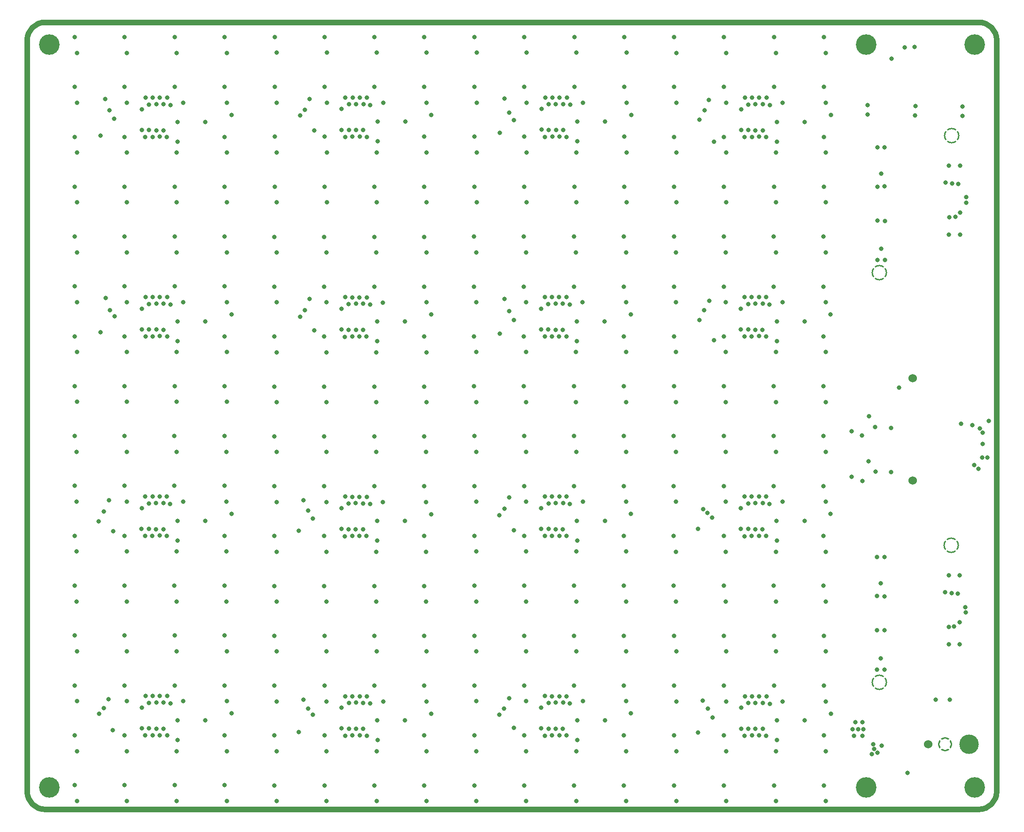
<source format=gbr>
G04*
G04 #@! TF.GenerationSoftware,Altium Limited,Altium Designer,25.0.2 (28)*
G04*
G04 Layer_Physical_Order=4*
G04 Layer_Color=128*
%FSLAX25Y25*%
%MOIN*%
G70*
G04*
G04 #@! TF.SameCoordinates,7C83500D-BFB9-469C-A41D-0C693C3E1856*
G04*
G04*
G04 #@! TF.FilePolarity,Negative*
G04*
G01*
G75*
%ADD76C,0.04000*%
%ADD77C,0.06016*%
G04:AMPARAMS|DCode=78|XSize=111.181mil|YSize=111.181mil|CornerRadius=0mil|HoleSize=0mil|Usage=FLASHONLY|Rotation=0.000|XOffset=0mil|YOffset=0mil|HoleType=Round|Shape=Relief|Width=10mil|Gap=10mil|Entries=4|*
%AMTHD78*
7,0,0,0.11118,0.09118,0.01000,45*
%
%ADD78THD78*%
G04:AMPARAMS|DCode=79|XSize=100.157mil|YSize=100.157mil|CornerRadius=0mil|HoleSize=0mil|Usage=FLASHONLY|Rotation=0.000|XOffset=0mil|YOffset=0mil|HoleType=Round|Shape=Relief|Width=10mil|Gap=10mil|Entries=4|*
%AMTHD79*
7,0,0,0.10016,0.08016,0.01000,45*
%
%ADD79THD79*%
%ADD80C,0.13811*%
%ADD81C,0.14598*%
%ADD82C,0.03181*%
D76*
X700000Y65945D02*
G03*
X712598Y78543I0J12598D01*
G01*
Y612402D02*
G03*
X700000Y625000I-12598J0D01*
G01*
X24588Y78543D02*
G03*
X37187Y65945I12598J0D01*
G01*
Y625000D02*
G03*
X24588Y612402I0J-12598D01*
G01*
X37187Y65945D02*
X700000D01*
X712598Y78543D02*
Y612402D01*
X37187Y625000D02*
X700000D01*
X24588Y78543D02*
Y612402D01*
D77*
X653112Y372157D02*
D03*
Y299401D02*
D03*
X664094Y112205D02*
D03*
D78*
X680614Y544477D02*
D03*
X629433Y447233D02*
D03*
X680315Y253445D02*
D03*
X629134Y156201D02*
D03*
D79*
X675906Y112205D02*
D03*
D80*
X692913D02*
D03*
D81*
X40354Y81693D02*
D03*
X620079Y609252D02*
D03*
X40354D02*
D03*
X696850Y81693D02*
D03*
X620079D02*
D03*
X696850Y609252D02*
D03*
D82*
X624016Y105315D02*
D03*
X625000Y112205D02*
D03*
X625563Y108917D02*
D03*
X627953Y106299D02*
D03*
X630905Y111221D02*
D03*
X86364Y556422D02*
D03*
X80141Y429284D02*
D03*
X76598Y404894D02*
D03*
X83400Y420621D02*
D03*
X86606Y416202D02*
D03*
X83092Y562590D02*
D03*
X79842Y570590D02*
D03*
X76466Y544505D02*
D03*
X218297Y558875D02*
D03*
X221523Y562930D02*
D03*
X225012Y570429D02*
D03*
X228413Y548149D02*
D03*
X218260Y416008D02*
D03*
X221743Y420573D02*
D03*
X224943Y428526D02*
D03*
X228331Y406078D02*
D03*
X363282Y428688D02*
D03*
X366636Y419867D02*
D03*
X370079Y413386D02*
D03*
X359974Y404016D02*
D03*
X360117Y546511D02*
D03*
X363401Y570941D02*
D03*
X366766Y561009D02*
D03*
X369930Y555682D02*
D03*
X501642Y555703D02*
D03*
X505148Y562478D02*
D03*
X508338Y569804D02*
D03*
X511795Y540315D02*
D03*
X501722Y413402D02*
D03*
X505048Y420658D02*
D03*
X508474Y427107D02*
D03*
X511880Y399132D02*
D03*
X82460Y285433D02*
D03*
X78895Y277581D02*
D03*
X75440Y270636D02*
D03*
X85693Y263434D02*
D03*
X75565Y133831D02*
D03*
X78853Y137834D02*
D03*
X82368Y144084D02*
D03*
X85423Y122278D02*
D03*
X227306Y133298D02*
D03*
X223991Y137489D02*
D03*
X220561Y143701D02*
D03*
X217278Y120746D02*
D03*
X220683Y285673D02*
D03*
X224058Y278115D02*
D03*
X227249Y272392D02*
D03*
X217307Y263881D02*
D03*
X359750Y274743D02*
D03*
X363205Y279469D02*
D03*
X366468Y287408D02*
D03*
X369795Y264309D02*
D03*
X359681Y133284D02*
D03*
X363083Y137633D02*
D03*
X366556Y144788D02*
D03*
X369947Y123979D02*
D03*
X510793Y131109D02*
D03*
X507519Y137691D02*
D03*
X504109Y143284D02*
D03*
X500766Y120604D02*
D03*
X510738Y273212D02*
D03*
X507339Y276393D02*
D03*
X504121Y279177D02*
D03*
X500759Y265366D02*
D03*
X449627Y319908D02*
D03*
X555851Y319884D02*
D03*
X591284D02*
D03*
X377117Y401910D02*
D03*
X236943Y390611D02*
D03*
X341684Y366477D02*
D03*
X306268Y366354D02*
D03*
X307809Y355178D02*
D03*
X377117Y437344D02*
D03*
X485130Y603347D02*
D03*
X483589Y579091D02*
D03*
X448253Y579167D02*
D03*
X412820D02*
D03*
X377387D02*
D03*
X341954D02*
D03*
X306446Y579160D02*
D03*
X591306Y355319D02*
D03*
X707098Y341940D02*
D03*
X617126Y299213D02*
D03*
X626312Y337404D02*
D03*
X626509Y305809D02*
D03*
X621783Y313349D02*
D03*
X621872Y345258D02*
D03*
X699662Y307719D02*
D03*
X706038Y315857D02*
D03*
X696643Y310612D02*
D03*
X702305Y316025D02*
D03*
X695229Y338924D02*
D03*
X702716Y325431D02*
D03*
X700494Y336562D02*
D03*
X702680Y333374D02*
D03*
X687274Y339709D02*
D03*
X643219Y365699D02*
D03*
X637459Y305629D02*
D03*
X609771Y302102D02*
D03*
X637453Y336782D02*
D03*
X617052Y331455D02*
D03*
X609771Y334416D02*
D03*
X690914Y496894D02*
D03*
X683242Y486790D02*
D03*
X676083Y220276D02*
D03*
X690694Y205876D02*
D03*
X576272Y554331D02*
D03*
X628002Y536248D02*
D03*
X627949Y484035D02*
D03*
X633240Y483921D02*
D03*
X118736Y429866D02*
D03*
X123861Y429843D02*
D03*
X113635Y429850D02*
D03*
X632970Y217354D02*
D03*
X536158Y265060D02*
D03*
X576126Y270868D02*
D03*
X554460Y153829D02*
D03*
X632843Y165131D02*
D03*
X627764Y165129D02*
D03*
X632848Y193040D02*
D03*
X627743Y193064D02*
D03*
X627724Y217385D02*
D03*
X632857Y245156D02*
D03*
X627776Y245181D02*
D03*
X633146Y456209D02*
D03*
X628037Y456185D02*
D03*
X633080Y536313D02*
D03*
X628038Y508340D02*
D03*
X649130Y92028D02*
D03*
X679134Y143701D02*
D03*
X669291D02*
D03*
X610236Y123031D02*
D03*
X614173D02*
D03*
X617126Y118110D02*
D03*
X612205Y127953D02*
D03*
X617126D02*
D03*
X611221Y118110D02*
D03*
X618110Y123031D02*
D03*
X169488Y275859D02*
D03*
X164495Y331138D02*
D03*
X129062D02*
D03*
X93629Y224839D02*
D03*
X58196Y331138D02*
D03*
X93629D02*
D03*
X105806Y279956D02*
D03*
X129062Y295705D02*
D03*
X164495D02*
D03*
X131286Y256917D02*
D03*
X131193Y270945D02*
D03*
X93629Y295705D02*
D03*
X58196D02*
D03*
X164495Y224839D02*
D03*
X129062D02*
D03*
X150878Y270945D02*
D03*
X164495Y260272D02*
D03*
X93629D02*
D03*
X58196D02*
D03*
Y224839D02*
D03*
X105753Y265242D02*
D03*
X59737Y249095D02*
D03*
X126077Y282906D02*
D03*
X135289Y284515D02*
D03*
X123731Y288111D02*
D03*
X166036Y284528D02*
D03*
X121208Y283524D02*
D03*
X166036Y319961D02*
D03*
X118606Y288134D02*
D03*
X130603Y319961D02*
D03*
X116018Y283568D02*
D03*
X95170Y319961D02*
D03*
X113505Y288118D02*
D03*
X59737Y319961D02*
D03*
X110921Y283272D02*
D03*
X59737Y284528D02*
D03*
X123664Y260212D02*
D03*
X166036Y249095D02*
D03*
X121149Y264944D02*
D03*
X130603Y249095D02*
D03*
X118620Y260382D02*
D03*
X166036Y213662D02*
D03*
X116032Y264980D02*
D03*
X130603Y213662D02*
D03*
X113410Y260277D02*
D03*
X95170Y213662D02*
D03*
X110910Y265137D02*
D03*
X59737Y213662D02*
D03*
X108323Y260102D02*
D03*
X95170Y249095D02*
D03*
X108395Y288206D02*
D03*
X95170Y284528D02*
D03*
X594758Y417516D02*
D03*
X589765Y472795D02*
D03*
X554332D02*
D03*
X518899Y366496D02*
D03*
X483466Y472795D02*
D03*
X518899D02*
D03*
X531076Y421613D02*
D03*
X554332Y437362D02*
D03*
X589765D02*
D03*
X556556Y398574D02*
D03*
X556463Y412602D02*
D03*
X518899Y437362D02*
D03*
X483466D02*
D03*
X589765Y366496D02*
D03*
X554332D02*
D03*
X576148Y412602D02*
D03*
X589765Y401929D02*
D03*
X518899D02*
D03*
X483466D02*
D03*
Y366496D02*
D03*
X531023Y406899D02*
D03*
X485007Y390752D02*
D03*
X551347Y424563D02*
D03*
X560559Y426172D02*
D03*
X549001Y429768D02*
D03*
X591306Y426185D02*
D03*
X546478Y425181D02*
D03*
X591306Y461618D02*
D03*
X543876Y429791D02*
D03*
X555873Y461618D02*
D03*
X541288Y425225D02*
D03*
X520439Y461618D02*
D03*
X538775Y429775D02*
D03*
X485007Y461618D02*
D03*
X536191Y424929D02*
D03*
X485007Y426185D02*
D03*
X548934Y401869D02*
D03*
X591306Y390752D02*
D03*
X546419Y406601D02*
D03*
X555873Y390752D02*
D03*
X543890Y402039D02*
D03*
X541302Y406637D02*
D03*
X555873Y355319D02*
D03*
X538680Y401934D02*
D03*
X520439Y355319D02*
D03*
X536180Y406794D02*
D03*
X485007Y355319D02*
D03*
X533593Y401759D02*
D03*
X520439Y390752D02*
D03*
X533665Y429863D02*
D03*
X520439Y426185D02*
D03*
X452976Y417497D02*
D03*
X447984Y472777D02*
D03*
X412550D02*
D03*
X377117Y366477D02*
D03*
X341684Y472777D02*
D03*
X377117D02*
D03*
X389294Y421595D02*
D03*
X412550Y437344D02*
D03*
X447984D02*
D03*
X414774Y398555D02*
D03*
X414681Y412584D02*
D03*
X341684Y437344D02*
D03*
X447984Y366477D02*
D03*
X412550D02*
D03*
X434367Y412584D02*
D03*
X447984Y401910D02*
D03*
X341684D02*
D03*
X389241Y406881D02*
D03*
X343225Y390734D02*
D03*
X409565Y424545D02*
D03*
X418777Y426154D02*
D03*
X407219Y429750D02*
D03*
X449524Y426167D02*
D03*
X404696Y425163D02*
D03*
X449524Y461600D02*
D03*
X402094Y429773D02*
D03*
X414091Y461600D02*
D03*
X399506Y425207D02*
D03*
X378658Y461600D02*
D03*
X396994Y429757D02*
D03*
X343225Y461600D02*
D03*
X394409Y424911D02*
D03*
X343225Y426167D02*
D03*
X407153Y401851D02*
D03*
X449524Y390734D02*
D03*
X404637Y406582D02*
D03*
X414091Y390734D02*
D03*
X402108Y402021D02*
D03*
X449524Y355301D02*
D03*
X399521Y406619D02*
D03*
X414091Y355301D02*
D03*
X396898Y401916D02*
D03*
X378658Y355301D02*
D03*
X394398Y406776D02*
D03*
X343225Y355301D02*
D03*
X391811Y401741D02*
D03*
X378658Y390734D02*
D03*
X391883Y429845D02*
D03*
X378658Y426167D02*
D03*
X311261Y417375D02*
D03*
X306268Y472654D02*
D03*
X270835D02*
D03*
X235402Y366354D02*
D03*
X199969Y472654D02*
D03*
X235402D02*
D03*
X247579Y421472D02*
D03*
X270835Y437220D02*
D03*
X306268D02*
D03*
X273059Y398432D02*
D03*
X272966Y412461D02*
D03*
X235402Y437220D02*
D03*
X199969D02*
D03*
X270835Y366354D02*
D03*
X292651Y412461D02*
D03*
X306268Y401787D02*
D03*
X235402D02*
D03*
X199969D02*
D03*
Y366354D02*
D03*
X247526Y406758D02*
D03*
X201510Y390611D02*
D03*
X267850Y424422D02*
D03*
X277062Y426031D02*
D03*
X265504Y429627D02*
D03*
X307809Y426044D02*
D03*
X262981Y425040D02*
D03*
X307809Y461477D02*
D03*
X260379Y429650D02*
D03*
X272376Y461477D02*
D03*
X257791Y425083D02*
D03*
X236943Y461477D02*
D03*
X255278Y429634D02*
D03*
X201510Y461477D02*
D03*
X252694Y424788D02*
D03*
X201510Y426044D02*
D03*
X265437Y401728D02*
D03*
X307809Y390611D02*
D03*
X262922Y406459D02*
D03*
X272376Y390611D02*
D03*
X260393Y401898D02*
D03*
X257805Y406496D02*
D03*
X272376Y355178D02*
D03*
X255183Y401793D02*
D03*
X236943Y355178D02*
D03*
X252683Y406653D02*
D03*
X201510Y355178D02*
D03*
X250096Y401618D02*
D03*
X250168Y429722D02*
D03*
X236943Y426044D02*
D03*
X169618Y417591D02*
D03*
X164625Y472870D02*
D03*
X129192D02*
D03*
X93759Y366571D02*
D03*
X58325Y472870D02*
D03*
X93759D02*
D03*
X105935Y421688D02*
D03*
X129192Y437437D02*
D03*
X164625D02*
D03*
X131415Y398649D02*
D03*
X131323Y412677D02*
D03*
X93759Y437437D02*
D03*
X58325D02*
D03*
X164625Y366571D02*
D03*
X129192D02*
D03*
X151008Y412677D02*
D03*
X164625Y402004D02*
D03*
X93759D02*
D03*
X58325D02*
D03*
Y366571D02*
D03*
X105882Y406974D02*
D03*
X59866Y390827D02*
D03*
X126207Y424638D02*
D03*
X135418Y426247D02*
D03*
X166165Y426260D02*
D03*
X121338Y425256D02*
D03*
X166165Y461693D02*
D03*
X130732D02*
D03*
X116147Y425300D02*
D03*
X95299Y461693D02*
D03*
X59866D02*
D03*
X111050Y425004D02*
D03*
X59866Y426260D02*
D03*
X123794Y401944D02*
D03*
X166165Y390827D02*
D03*
X121279Y406675D02*
D03*
X130732Y390827D02*
D03*
X118749Y402114D02*
D03*
X166165Y355394D02*
D03*
X116162Y406712D02*
D03*
X130732Y355394D02*
D03*
X113540Y402009D02*
D03*
X95299Y355394D02*
D03*
X111039Y406869D02*
D03*
X59866Y355394D02*
D03*
X108452Y401834D02*
D03*
X95299Y390827D02*
D03*
X108525Y429938D02*
D03*
X95299Y426260D02*
D03*
X594881Y559244D02*
D03*
X589888Y614524D02*
D03*
X554455D02*
D03*
X519022Y508224D02*
D03*
X483589Y614524D02*
D03*
X519022D02*
D03*
X531199Y563342D02*
D03*
X554455Y579091D02*
D03*
X589888D02*
D03*
X556679Y540302D02*
D03*
X556587Y554331D02*
D03*
X519022Y579091D02*
D03*
X589888Y508224D02*
D03*
X554455D02*
D03*
X589888Y543657D02*
D03*
X519022D02*
D03*
X483589D02*
D03*
Y508224D02*
D03*
X531146Y548628D02*
D03*
X485130Y532481D02*
D03*
X551470Y566292D02*
D03*
X560682Y567901D02*
D03*
X549124Y571497D02*
D03*
X591429Y567914D02*
D03*
X546601Y566910D02*
D03*
X591429Y603347D02*
D03*
X543999Y571520D02*
D03*
X555996Y603347D02*
D03*
X541411Y566954D02*
D03*
X520563Y603347D02*
D03*
X538899Y571504D02*
D03*
X536314Y566658D02*
D03*
X485130Y567914D02*
D03*
X549058Y543598D02*
D03*
X591429Y532481D02*
D03*
X546543Y548329D02*
D03*
X555996Y532481D02*
D03*
X544013Y543768D02*
D03*
X591429Y497048D02*
D03*
X541426Y548366D02*
D03*
X555996Y497048D02*
D03*
X538803Y543663D02*
D03*
X520563Y497048D02*
D03*
X536303Y548523D02*
D03*
X485130Y497048D02*
D03*
X533716Y543488D02*
D03*
X520563Y532481D02*
D03*
X533788Y571592D02*
D03*
X520563Y567914D02*
D03*
X453246Y559321D02*
D03*
X448253Y614600D02*
D03*
X412820D02*
D03*
X377387Y508301D02*
D03*
X341954Y614600D02*
D03*
X377387D02*
D03*
X389564Y563418D02*
D03*
X415044Y540379D02*
D03*
X414951Y554408D02*
D03*
X448253Y508301D02*
D03*
X412820D02*
D03*
X434636Y554408D02*
D03*
X448253Y543734D02*
D03*
X377387D02*
D03*
X341954D02*
D03*
Y508301D02*
D03*
X389511Y548704D02*
D03*
X343495Y532557D02*
D03*
X409835Y566368D02*
D03*
X419047Y567978D02*
D03*
X407489Y571573D02*
D03*
X449794Y567990D02*
D03*
X404966Y566986D02*
D03*
X449794Y603423D02*
D03*
X402364Y571596D02*
D03*
X414361Y603423D02*
D03*
X399776Y567030D02*
D03*
X378928Y603423D02*
D03*
X397264Y571580D02*
D03*
X343495Y603423D02*
D03*
X394679Y566734D02*
D03*
X343495Y567990D02*
D03*
X407422Y543674D02*
D03*
X449794Y532557D02*
D03*
X404907Y548406D02*
D03*
X414361Y532557D02*
D03*
X402378Y543844D02*
D03*
X449794Y497124D02*
D03*
X399791Y548442D02*
D03*
X414361Y497124D02*
D03*
X397168Y543739D02*
D03*
X378928Y497124D02*
D03*
X394668Y548599D02*
D03*
X343495Y497124D02*
D03*
X392081Y543564D02*
D03*
X378928Y532557D02*
D03*
X392153Y571668D02*
D03*
X378928Y567990D02*
D03*
X311439Y559314D02*
D03*
X306446Y614593D02*
D03*
X271013D02*
D03*
X235580Y508293D02*
D03*
X200147Y614593D02*
D03*
X235580D02*
D03*
X247757Y563411D02*
D03*
X271013Y579160D02*
D03*
X273237Y540371D02*
D03*
X273144Y554400D02*
D03*
X235580Y579160D02*
D03*
X200147D02*
D03*
X306446Y508293D02*
D03*
X271013D02*
D03*
X292829Y554400D02*
D03*
X306446Y543726D02*
D03*
X235580D02*
D03*
X200147D02*
D03*
Y508293D02*
D03*
X247704Y548697D02*
D03*
X201688Y532550D02*
D03*
X268028Y566361D02*
D03*
X277240Y567970D02*
D03*
X265682Y571566D02*
D03*
X307987Y567983D02*
D03*
X263159Y566979D02*
D03*
X307987Y603416D02*
D03*
X260557Y571589D02*
D03*
X272554Y603416D02*
D03*
X257969Y567023D02*
D03*
X237121Y603416D02*
D03*
X255457Y571573D02*
D03*
X201688Y603416D02*
D03*
X252872Y566727D02*
D03*
X201688Y567983D02*
D03*
X265616Y543667D02*
D03*
X307987Y532550D02*
D03*
X263100Y548398D02*
D03*
X272554Y532550D02*
D03*
X260571Y543837D02*
D03*
X307987Y497117D02*
D03*
X257984Y548435D02*
D03*
X272554Y497117D02*
D03*
X255361Y543732D02*
D03*
X237121Y497117D02*
D03*
X252861Y548592D02*
D03*
X201688Y497117D02*
D03*
X250274Y543557D02*
D03*
X237121Y532550D02*
D03*
X250346Y571661D02*
D03*
X237121Y567983D02*
D03*
X594886Y133983D02*
D03*
X589893Y189262D02*
D03*
X554460D02*
D03*
X519027Y82963D02*
D03*
X483594Y189262D02*
D03*
X519027D02*
D03*
X531203Y138081D02*
D03*
X589893Y153829D02*
D03*
X556684Y115041D02*
D03*
X556591Y129070D02*
D03*
X519027Y153829D02*
D03*
X483594D02*
D03*
X589893Y82963D02*
D03*
X554460D02*
D03*
X576276Y129070D02*
D03*
X589893Y118396D02*
D03*
X519027D02*
D03*
X483594D02*
D03*
Y82963D02*
D03*
X531150Y123366D02*
D03*
X485134Y107219D02*
D03*
X551475Y141030D02*
D03*
X560686Y142640D02*
D03*
X549129Y146236D02*
D03*
X591433Y142652D02*
D03*
X546606Y141648D02*
D03*
X591433Y178085D02*
D03*
X544004Y146258D02*
D03*
X556000Y178085D02*
D03*
X541415Y141692D02*
D03*
X520567Y178085D02*
D03*
X538903Y146242D02*
D03*
X485134Y178085D02*
D03*
X536319Y141396D02*
D03*
X485134Y142652D02*
D03*
X549062Y118337D02*
D03*
X591433Y107219D02*
D03*
X546547Y123068D02*
D03*
X556000Y107219D02*
D03*
X544018Y118506D02*
D03*
X591433Y71786D02*
D03*
X541430Y123104D02*
D03*
X556000Y71786D02*
D03*
X538808Y118401D02*
D03*
X520567Y71786D02*
D03*
X536308Y123262D02*
D03*
X485134Y71786D02*
D03*
X533720Y118227D02*
D03*
X520567Y107219D02*
D03*
X533793Y146330D02*
D03*
X520567Y142652D02*
D03*
X453101Y134043D02*
D03*
X448108Y189322D02*
D03*
X412675D02*
D03*
X377242Y83023D02*
D03*
X341809Y189322D02*
D03*
X377242D02*
D03*
X389418Y138141D02*
D03*
X412675Y153889D02*
D03*
X448108D02*
D03*
X414899Y115101D02*
D03*
X414806Y129130D02*
D03*
X377242Y153889D02*
D03*
X341809D02*
D03*
X448108Y83023D02*
D03*
X412675D02*
D03*
X434491Y129130D02*
D03*
X448108Y118456D02*
D03*
X377242D02*
D03*
X341809D02*
D03*
Y83023D02*
D03*
X389365Y123427D02*
D03*
X343349Y107279D02*
D03*
X409690Y141091D02*
D03*
X418901Y142700D02*
D03*
X407344Y146296D02*
D03*
X449649Y142712D02*
D03*
X404821Y141708D02*
D03*
X449649Y178146D02*
D03*
X402219Y146318D02*
D03*
X414215Y178146D02*
D03*
X399630Y141752D02*
D03*
X378782Y178146D02*
D03*
X397118Y146302D02*
D03*
X343349Y178146D02*
D03*
X394534Y141457D02*
D03*
X343349Y142712D02*
D03*
X407277Y118397D02*
D03*
X449649Y107279D02*
D03*
X404762Y123128D02*
D03*
X414215Y107279D02*
D03*
X402233Y118566D02*
D03*
X449649Y71846D02*
D03*
X399645Y123164D02*
D03*
X414215Y71846D02*
D03*
X397023Y118461D02*
D03*
X378782Y71846D02*
D03*
X394523Y123322D02*
D03*
X343349Y71846D02*
D03*
X391935Y118287D02*
D03*
X378782Y107279D02*
D03*
X392008Y146391D02*
D03*
X378782Y142712D02*
D03*
X311372Y134011D02*
D03*
X306380Y189290D02*
D03*
X270946D02*
D03*
X235513Y82991D02*
D03*
X200080Y189290D02*
D03*
X235513D02*
D03*
X247690Y138108D02*
D03*
X270946Y153857D02*
D03*
X306380D02*
D03*
X273170Y115069D02*
D03*
X273078Y129097D02*
D03*
X235513Y153857D02*
D03*
X200080D02*
D03*
X306380Y82991D02*
D03*
X270946D02*
D03*
X292763Y129097D02*
D03*
X306380Y118424D02*
D03*
X235513D02*
D03*
X200080D02*
D03*
Y82991D02*
D03*
X247637Y123394D02*
D03*
X201621Y107247D02*
D03*
X267961Y141058D02*
D03*
X277173Y142667D02*
D03*
X265615Y146263D02*
D03*
X307920Y142680D02*
D03*
X263092Y141676D02*
D03*
X307920Y178113D02*
D03*
X260490Y146286D02*
D03*
X272487Y178113D02*
D03*
X257902Y141720D02*
D03*
X237054Y178113D02*
D03*
X255390Y146270D02*
D03*
X201621Y178113D02*
D03*
X252805Y141424D02*
D03*
X201621Y142680D02*
D03*
X265549Y118364D02*
D03*
X307920Y107247D02*
D03*
X263034Y123095D02*
D03*
X272487Y107247D02*
D03*
X260504Y118534D02*
D03*
X307920Y71814D02*
D03*
X257917Y123132D02*
D03*
X272487Y71814D02*
D03*
X255294Y118429D02*
D03*
X237054Y71814D02*
D03*
X252794Y123289D02*
D03*
X201621Y71814D02*
D03*
X250207Y118254D02*
D03*
X237054Y107247D02*
D03*
X250279Y146358D02*
D03*
X237054Y142680D02*
D03*
X169614Y134130D02*
D03*
X164621Y189409D02*
D03*
X129188D02*
D03*
X93755Y83110D02*
D03*
X58321Y189409D02*
D03*
X93755D02*
D03*
X105931Y138228D02*
D03*
X129188Y153976D02*
D03*
X164621D02*
D03*
X131412Y115188D02*
D03*
X131319Y129217D02*
D03*
X93755Y153976D02*
D03*
X58321D02*
D03*
X164621Y83110D02*
D03*
X129188D02*
D03*
X151004Y129217D02*
D03*
X164621Y118543D02*
D03*
X93755D02*
D03*
X58321D02*
D03*
Y83110D02*
D03*
X105878Y123514D02*
D03*
X59862Y107366D02*
D03*
X126203Y141177D02*
D03*
X135414Y142787D02*
D03*
X123857Y146383D02*
D03*
X166161Y142799D02*
D03*
X121334Y141795D02*
D03*
X166161Y178233D02*
D03*
X118732Y146405D02*
D03*
X130728Y178233D02*
D03*
X116143Y141839D02*
D03*
X95295Y178233D02*
D03*
X113631Y146390D02*
D03*
X59862Y178233D02*
D03*
X111047Y141544D02*
D03*
X59862Y142799D02*
D03*
X123790Y118484D02*
D03*
X166161Y107366D02*
D03*
X121275Y123215D02*
D03*
X130728Y107366D02*
D03*
X118746Y118653D02*
D03*
X166161Y71933D02*
D03*
X116158Y123251D02*
D03*
X130728Y71933D02*
D03*
X113536Y118549D02*
D03*
X95295Y71933D02*
D03*
X111036Y123409D02*
D03*
X59862Y71933D02*
D03*
X108448Y118374D02*
D03*
X95295Y107366D02*
D03*
X108521Y146478D02*
D03*
X95295Y142799D02*
D03*
X594736Y275782D02*
D03*
X589743Y331061D02*
D03*
X554310D02*
D03*
X518877Y224762D02*
D03*
X483444Y331061D02*
D03*
X518877D02*
D03*
X531053Y279879D02*
D03*
X554310Y295628D02*
D03*
X589743D02*
D03*
X556534Y256839D02*
D03*
X556441Y270868D02*
D03*
X518877Y295628D02*
D03*
X483444D02*
D03*
X589743Y224762D02*
D03*
X554310D02*
D03*
X589743Y260195D02*
D03*
X518877D02*
D03*
X483444D02*
D03*
Y224762D02*
D03*
X531000Y265165D02*
D03*
X484984Y249018D02*
D03*
X551325Y282829D02*
D03*
X560536Y284438D02*
D03*
X548979Y288034D02*
D03*
X591284Y284451D02*
D03*
X546456Y283447D02*
D03*
X543854Y288057D02*
D03*
X541266Y283491D02*
D03*
X520417Y319884D02*
D03*
X538753Y288041D02*
D03*
X484984Y319884D02*
D03*
X536169Y283195D02*
D03*
X484984Y284451D02*
D03*
X548912Y260135D02*
D03*
X591284Y249018D02*
D03*
X546397Y264866D02*
D03*
X555851Y249018D02*
D03*
X543868Y260305D02*
D03*
X591284Y213585D02*
D03*
X541280Y264903D02*
D03*
X555851Y213585D02*
D03*
X538658Y260200D02*
D03*
X520417Y213585D02*
D03*
X484984D02*
D03*
X533570Y260025D02*
D03*
X520417Y249018D02*
D03*
X533643Y288129D02*
D03*
X520417Y284451D02*
D03*
X453079Y275806D02*
D03*
X448087Y331085D02*
D03*
X412653D02*
D03*
X377220Y224785D02*
D03*
X341787Y331085D02*
D03*
X377220D02*
D03*
X389397Y279903D02*
D03*
X412653Y295652D02*
D03*
X448087D02*
D03*
X414877Y256863D02*
D03*
X414784Y270892D02*
D03*
X377220Y295652D02*
D03*
X341787D02*
D03*
X448087Y224785D02*
D03*
X412653D02*
D03*
X434470Y270892D02*
D03*
X448087Y260219D02*
D03*
X377220D02*
D03*
X341787D02*
D03*
Y224785D02*
D03*
X389344Y265189D02*
D03*
X343328Y249042D02*
D03*
X409668Y282853D02*
D03*
X418880Y284462D02*
D03*
X407322Y288058D02*
D03*
X449627Y284475D02*
D03*
X404799Y283471D02*
D03*
X402197Y288081D02*
D03*
X414194Y319908D02*
D03*
X399609Y283515D02*
D03*
X378761Y319908D02*
D03*
X397097Y288065D02*
D03*
X343328Y319908D02*
D03*
X394512Y283219D02*
D03*
X343328Y284475D02*
D03*
X407256Y260159D02*
D03*
X449627Y249042D02*
D03*
X404740Y264890D02*
D03*
X414194Y249042D02*
D03*
X402211Y260329D02*
D03*
X449627Y213609D02*
D03*
X399624Y264927D02*
D03*
X414194Y213609D02*
D03*
X397001Y260224D02*
D03*
X378761Y213609D02*
D03*
X394501Y265084D02*
D03*
X343328Y213609D02*
D03*
X391914Y260049D02*
D03*
X378761Y249042D02*
D03*
X391986Y288153D02*
D03*
X378761Y284475D02*
D03*
X311224Y275689D02*
D03*
X306231Y330968D02*
D03*
X270798D02*
D03*
X235365Y224669D02*
D03*
X199932Y330968D02*
D03*
X235365D02*
D03*
X247542Y279787D02*
D03*
X270798Y295535D02*
D03*
X306231D02*
D03*
X273022Y256747D02*
D03*
X272929Y270776D02*
D03*
X235365Y295535D02*
D03*
X199932D02*
D03*
X306231Y224669D02*
D03*
X270798D02*
D03*
X292614Y270776D02*
D03*
X306231Y260102D02*
D03*
X235365D02*
D03*
X199932D02*
D03*
Y224669D02*
D03*
X247488Y265073D02*
D03*
X201472Y248925D02*
D03*
X267813Y282736D02*
D03*
X277025Y284346D02*
D03*
X265467Y287942D02*
D03*
X307772Y284358D02*
D03*
X262944Y283354D02*
D03*
X307772Y319792D02*
D03*
X260342Y287964D02*
D03*
X272339Y319792D02*
D03*
X257754Y283398D02*
D03*
X236906Y319792D02*
D03*
X255241Y287948D02*
D03*
X201472Y319792D02*
D03*
X252657Y283103D02*
D03*
X201472Y284358D02*
D03*
X265400Y260043D02*
D03*
X307772Y248925D02*
D03*
X262885Y264774D02*
D03*
X272339Y248925D02*
D03*
X260356Y260212D02*
D03*
X307772Y213492D02*
D03*
X257768Y264810D02*
D03*
X272339Y213492D02*
D03*
X255146Y260107D02*
D03*
X236906Y213492D02*
D03*
X252646Y264968D02*
D03*
X201472Y213492D02*
D03*
X250059Y259933D02*
D03*
X236906Y248925D02*
D03*
X250131Y288037D02*
D03*
X236906Y284358D02*
D03*
X123770Y543598D02*
D03*
X131392Y540302D02*
D03*
X130709Y497047D02*
D03*
X121255Y548329D02*
D03*
X118726Y543767D02*
D03*
X116139Y548365D02*
D03*
X113516Y543662D02*
D03*
X111016Y548523D02*
D03*
X108429Y543488D02*
D03*
X105859Y548628D02*
D03*
X135395Y567901D02*
D03*
X169594Y559244D02*
D03*
X164601Y508224D02*
D03*
X166142Y497047D02*
D03*
X129168Y508224D02*
D03*
X93735D02*
D03*
X95276Y497047D02*
D03*
X58302Y508224D02*
D03*
X59842Y497047D02*
D03*
X93735Y543657D02*
D03*
X166142Y532480D02*
D03*
X164601Y543657D02*
D03*
X130709Y532480D02*
D03*
X95276D02*
D03*
X59842D02*
D03*
X58302Y543657D02*
D03*
X59842Y567913D02*
D03*
X58302Y579090D02*
D03*
X95276Y567913D02*
D03*
X93735Y579090D02*
D03*
X129168D02*
D03*
X166142Y567913D02*
D03*
X164601Y579090D02*
D03*
X166142Y603346D02*
D03*
X164601Y614523D02*
D03*
X130709Y603346D02*
D03*
X129168Y614523D02*
D03*
X95276Y603346D02*
D03*
X93735Y614523D02*
D03*
X58302D02*
D03*
X59842Y603346D02*
D03*
X676304Y511294D02*
D03*
X690290Y209494D02*
D03*
X680610Y219488D02*
D03*
X691034Y500818D02*
D03*
X637789Y599305D02*
D03*
X654134Y607382D02*
D03*
X647244Y607283D02*
D03*
X621063Y559547D02*
D03*
X620965Y566142D02*
D03*
X654626Y558957D02*
D03*
X654823Y565650D02*
D03*
X688189Y558464D02*
D03*
Y565354D02*
D03*
X680831Y510507D02*
D03*
X678871Y486632D02*
D03*
X678764Y474089D02*
D03*
Y523302D02*
D03*
X633095Y508440D02*
D03*
X630536Y517396D02*
D03*
X630578Y464209D02*
D03*
X686638Y474089D02*
D03*
X685203Y510271D02*
D03*
X686638Y523302D02*
D03*
X686646Y489846D02*
D03*
X686425Y198828D02*
D03*
X678650Y195614D02*
D03*
X682329Y195771D02*
D03*
X684982Y219252D02*
D03*
X630315Y226378D02*
D03*
X630357Y173190D02*
D03*
X678543Y183071D02*
D03*
X686417D02*
D03*
X678543Y232283D02*
D03*
X686417D02*
D03*
X126183Y566291D02*
D03*
X113611Y571503D02*
D03*
X123837Y571497D02*
D03*
X121314Y566909D02*
D03*
X118712Y571519D02*
D03*
X116124Y566953D02*
D03*
X111027Y566658D02*
D03*
X108501Y571592D02*
D03*
X105912Y563342D02*
D03*
X150984Y554331D02*
D03*
X131299D02*
D03*
M02*

</source>
